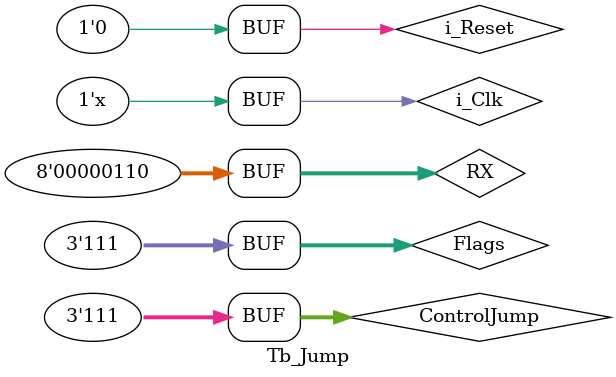
<source format=v>
`timescale 1ns / 1ps

module Tb_Jump(

    );
    reg i_Clk;
    reg i_Reset;
    reg [7:0] RX;
    reg [2:0] Flags;
    reg [2:0] ControlJump;
    wire [8:0] o_Addressinstruction_Bus;
    
    Jump uut (
        .i_Reset(i_Reset),
        .i_Clk(i_Clk),
        .RX(RX),
        .Flags(Flags),
        .ControlJump(ControlJump),
        .o_Addressinstruction_Bus(o_Addressinstruction_Bus)
    );
    
    initial 
    begin
    
            i_Reset=1;
            i_Clk=0;
            RX=0;         
            Flags=3'b000;      
            ControlJump=3'b000;
 
            #2
            i_Reset=0;
            RX=6;         
            Flags=3'b111;      
            ControlJump=3'b001;
            
            #2
            RX=6;         
            Flags=3'b111;      
            ControlJump=3'b010;
            
            #2
            RX=6;         
            Flags=3'b111;      
            ControlJump=3'b011;
            
            #2
            RX=6;         
            Flags=3'b111;      
            ControlJump=3'b100;
            
            #2
            RX=6;         
            Flags=3'b111;      
            ControlJump=3'b101;
           
            #2
            RX=6;        
            Flags=3'b111;     
            ControlJump=3'b110;
           
            #2
            RX=6;         
            Flags=3'b111;      
            ControlJump=3'b111;
            
        end
     always
                    #1 i_Clk = !i_Clk;
    endmodule


</source>
